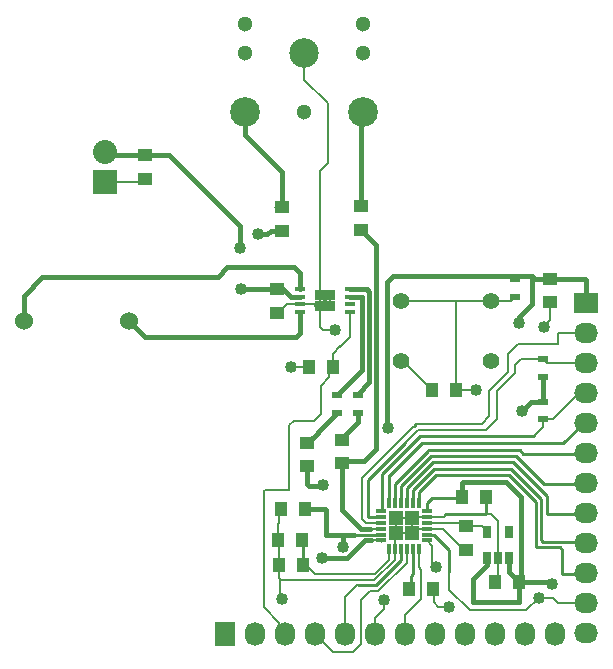
<source format=gbr>
G04 #@! TF.FileFunction,Copper,L1,Top,Signal*
%FSLAX46Y46*%
G04 Gerber Fmt 4.6, Leading zero omitted, Abs format (unit mm)*
G04 Created by KiCad (PCBNEW 4.0.2-stable) date 27/05/2016 15:33:53*
%MOMM*%
G01*
G04 APERTURE LIST*
%ADD10C,0.100000*%
%ADD11C,1.524000*%
%ADD12R,2.032000X2.032000*%
%ADD13O,2.032000X2.032000*%
%ADD14R,1.000000X1.250000*%
%ADD15R,0.650000X1.060000*%
%ADD16R,0.300000X0.850000*%
%ADD17R,0.850000X0.300000*%
%ADD18R,1.300000X1.300000*%
%ADD19C,1.397000*%
%ADD20R,2.032000X1.727200*%
%ADD21O,2.032000X1.727200*%
%ADD22R,1.250000X1.000000*%
%ADD23R,0.900000X0.500000*%
%ADD24R,1.727200X2.032000*%
%ADD25O,1.727200X2.032000*%
%ADD26R,0.890000X0.420000*%
%ADD27R,0.840000X0.940000*%
%ADD28C,2.500000*%
%ADD29C,2.524000*%
%ADD30C,1.300000*%
%ADD31C,1.016000*%
%ADD32C,0.400000*%
%ADD33C,0.250000*%
%ADD34C,0.203200*%
G04 APERTURE END LIST*
D10*
D11*
X148894800Y-75412600D03*
X157784800Y-75412600D03*
D12*
X155829000Y-63677800D03*
D13*
X155829000Y-61137800D03*
D14*
X170450000Y-93929200D03*
X172450000Y-93929200D03*
D15*
X188114900Y-95448300D03*
X189064900Y-95448300D03*
X190014900Y-95448300D03*
X190014900Y-93248300D03*
X188114900Y-93248300D03*
D16*
X182339300Y-90798100D03*
X181839300Y-90798100D03*
X181339300Y-90798100D03*
X180839300Y-90798100D03*
X180339300Y-90798100D03*
X179839300Y-90798100D03*
D17*
X179139300Y-91498100D03*
X179139300Y-91998100D03*
X179139300Y-92498100D03*
X179139300Y-92998100D03*
X179139300Y-93498100D03*
X179139300Y-93998100D03*
D16*
X179839300Y-94698100D03*
X180339300Y-94698100D03*
X180839300Y-94698100D03*
X181339300Y-94698100D03*
X181839300Y-94698100D03*
X182339300Y-94698100D03*
D17*
X183039300Y-93998100D03*
X183039300Y-93498100D03*
X183039300Y-92998100D03*
X183039300Y-92498100D03*
X183039300Y-91998100D03*
X183039300Y-91498100D03*
D18*
X180439300Y-93398100D03*
X181739300Y-93398100D03*
X180439300Y-92098100D03*
X181739300Y-92098100D03*
D19*
X188493400Y-73710800D03*
X188493400Y-78790800D03*
X180873400Y-73710800D03*
X180873400Y-78790800D03*
D20*
X196532500Y-73901300D03*
D21*
X196532500Y-76441300D03*
X196532500Y-78981300D03*
X196532500Y-81521300D03*
X196532500Y-84061300D03*
X196532500Y-86601300D03*
X196532500Y-89141300D03*
X196532500Y-91681300D03*
X196532500Y-94221300D03*
X196532500Y-96761300D03*
X196532500Y-99301300D03*
X196532500Y-101841300D03*
D14*
X186007500Y-90347800D03*
X188007500Y-90347800D03*
X170513500Y-96088200D03*
X172513500Y-96088200D03*
X185480200Y-81229200D03*
X183480200Y-81229200D03*
X181549800Y-98082100D03*
X183549800Y-98082100D03*
X190826900Y-97510600D03*
X188826900Y-97510600D03*
D22*
X186321700Y-92802200D03*
X186321700Y-94802200D03*
X193497200Y-71821800D03*
X193497200Y-73821800D03*
X170764200Y-65776600D03*
X170764200Y-67776600D03*
X177444400Y-65687700D03*
X177444400Y-67687700D03*
D23*
X190500000Y-71894000D03*
X190500000Y-73394000D03*
D24*
X165976300Y-101917500D03*
D25*
X168516300Y-101917500D03*
X171056300Y-101917500D03*
X173596300Y-101917500D03*
X176136300Y-101917500D03*
X178676300Y-101917500D03*
X181216300Y-101917500D03*
X183756300Y-101917500D03*
X186296300Y-101917500D03*
X188836300Y-101917500D03*
X191376300Y-101917500D03*
X193916300Y-101917500D03*
D23*
X175425100Y-81711100D03*
X175425100Y-83211100D03*
X177228500Y-81673000D03*
X177228500Y-83173000D03*
D22*
X170383200Y-72723500D03*
X170383200Y-74723500D03*
D26*
X176526800Y-74660400D03*
X176526800Y-74010400D03*
X176526800Y-73360400D03*
X176526800Y-72710400D03*
X172316800Y-72710400D03*
X172316800Y-73360400D03*
X172316800Y-74010400D03*
X172316800Y-74660400D03*
D27*
X174001800Y-73215400D03*
X174001800Y-74155400D03*
X174841800Y-73215400D03*
X174841800Y-74155400D03*
D22*
X172897800Y-87728300D03*
X172897800Y-85728300D03*
X175895000Y-87474300D03*
X175895000Y-85474300D03*
D14*
X172678600Y-91338400D03*
X170678600Y-91338400D03*
X175066200Y-79324200D03*
X173066200Y-79324200D03*
D22*
X159200000Y-61400000D03*
X159200000Y-63400000D03*
D23*
X192849500Y-82231800D03*
X192849500Y-83731800D03*
X192849500Y-80137700D03*
X192849500Y-78637700D03*
D28*
X172624000Y-52728000D03*
D29*
X167624000Y-57728000D03*
X177624000Y-57728000D03*
D30*
X167624000Y-50228000D03*
X177624000Y-50228000D03*
X167624000Y-52728000D03*
X177624000Y-52728000D03*
X172624000Y-57728000D03*
D31*
X193636900Y-97663000D03*
X190881000Y-75577700D03*
X191096900Y-83007200D03*
X179755800Y-84493100D03*
X175945800Y-94526100D03*
X171551600Y-79349600D03*
X175260000Y-76200000D03*
X192938400Y-75895200D03*
X174001800Y-74155400D03*
X181739300Y-93398100D03*
X184873900Y-99606100D03*
X170764200Y-98958400D03*
X192544700Y-98844100D03*
X187172600Y-81254600D03*
X168783000Y-68046600D03*
X174205900Y-89293700D03*
X174180500Y-95478600D03*
X183807100Y-96240600D03*
X179451000Y-99021900D03*
X167335200Y-72732900D03*
X167220900Y-69265800D03*
D32*
X175945800Y-94526100D02*
X175945800Y-93498100D01*
X175590200Y-93498100D02*
X174473300Y-93498100D01*
X174396400Y-91338400D02*
X172678600Y-91338400D01*
X174485300Y-91427300D02*
X174396400Y-91338400D01*
X174485300Y-93486100D02*
X174485300Y-91427300D01*
X174473300Y-93498100D02*
X174485300Y-93486100D01*
X193497200Y-71821800D02*
X192192400Y-71821800D01*
X192192400Y-71821800D02*
X191973200Y-71602600D01*
X196532500Y-73901300D02*
X196532500Y-71920100D01*
X196434200Y-71821800D02*
X193497200Y-71821800D01*
X196532500Y-71920100D02*
X196434200Y-71821800D01*
X196532500Y-73901300D02*
X196367400Y-73901300D01*
X191439800Y-71602600D02*
X190791400Y-71602600D01*
X190791400Y-71602600D02*
X190500000Y-71894000D01*
X193484500Y-97510600D02*
X190826900Y-97510600D01*
X193636900Y-97663000D02*
X193484500Y-97510600D01*
X192849500Y-82231800D02*
X192849500Y-80137700D01*
X191973200Y-71602600D02*
X191973200Y-73964800D01*
X191973200Y-73964800D02*
X190881000Y-75057000D01*
X190881000Y-75057000D02*
X190881000Y-75577700D01*
X191872300Y-82231800D02*
X192849500Y-82231800D01*
X191096900Y-83007200D02*
X191872300Y-82231800D01*
X191439800Y-71602600D02*
X190221300Y-71602600D01*
X190221300Y-71602600D02*
X190195200Y-71576500D01*
X189033150Y-71602600D02*
X180200300Y-71602600D01*
X179679600Y-72669400D02*
X179679600Y-72123300D01*
X179679600Y-84416900D02*
X179755800Y-84493100D01*
X179679600Y-72669400D02*
X179679600Y-84416900D01*
X180200300Y-71602600D02*
X179679600Y-72123300D01*
X191973200Y-71602600D02*
X191922400Y-71602600D01*
X191719200Y-71602600D02*
X191439800Y-71602600D01*
X191922400Y-71602600D02*
X191719200Y-71602600D01*
X191439800Y-71602600D02*
X189033150Y-71602600D01*
X187706000Y-99209100D02*
X186940700Y-99209100D01*
X190826900Y-99209100D02*
X187706000Y-99209100D01*
X190826900Y-97510600D02*
X190826900Y-99209100D01*
X186940700Y-99209100D02*
X186918600Y-99187000D01*
X186918600Y-99187000D02*
X186918600Y-97294700D01*
X186918600Y-97294700D02*
X188099700Y-96113600D01*
X188099700Y-96113600D02*
X188099700Y-95463500D01*
X188099700Y-95463500D02*
X188114900Y-95448300D01*
D33*
X183489600Y-90360500D02*
X184886600Y-90360500D01*
X184886600Y-90360500D02*
X185994800Y-90360500D01*
X185994800Y-90360500D02*
X186007500Y-90347800D01*
X183039300Y-90810800D02*
X183489600Y-90360500D01*
X183039300Y-91498100D02*
X183039300Y-90810800D01*
D32*
X186007500Y-90347800D02*
X186007500Y-89125300D01*
X186007500Y-89125300D02*
X186074050Y-89058750D01*
X189769750Y-89058750D02*
X186074050Y-89058750D01*
X191017400Y-97624900D02*
X191017400Y-95529400D01*
X191017400Y-95529400D02*
X191017400Y-91271600D01*
X191017400Y-91271600D02*
X191017400Y-90293700D01*
X191004700Y-90293700D02*
X189769750Y-89058750D01*
X191017400Y-90293700D02*
X191004700Y-90293700D01*
X190014900Y-95448300D02*
X190014900Y-96698600D01*
X190014900Y-96698600D02*
X190826900Y-97510600D01*
D34*
X196570600Y-73863200D02*
X196532500Y-73901300D01*
X196481700Y-73952100D02*
X196532500Y-73901300D01*
D33*
X188099700Y-95463500D02*
X188099700Y-96113600D01*
X188099700Y-95463500D02*
X188114900Y-95448300D01*
X188114900Y-95448300D02*
X188114900Y-95768200D01*
X186007500Y-90347800D02*
X186007500Y-90186000D01*
X188114900Y-95448300D02*
X188114900Y-95920600D01*
X190014900Y-96698600D02*
X190826900Y-97510600D01*
X195948300Y-73952100D02*
X196583300Y-73952100D01*
D32*
X175590200Y-93498100D02*
X175945800Y-93498100D01*
X175945800Y-93498100D02*
X176911000Y-93498100D01*
D33*
X176911000Y-93498100D02*
X177038000Y-93498100D01*
X177038000Y-93498100D02*
X179139300Y-93498100D01*
X179139300Y-93498100D02*
X179127300Y-93510100D01*
X196646800Y-74015600D02*
X196583300Y-73952100D01*
D34*
X171551600Y-79349600D02*
X172212000Y-79349600D01*
X172212000Y-79349600D02*
X172237400Y-79324200D01*
X172237400Y-79324200D02*
X173066200Y-79324200D01*
X189064900Y-95448300D02*
X189064900Y-92341700D01*
X189064900Y-92341700D02*
X188442600Y-91719400D01*
X172624000Y-52728000D02*
X172624000Y-54971200D01*
X172624000Y-54971200D02*
X174650400Y-56997600D01*
X174650400Y-56997600D02*
X174650400Y-62026800D01*
X174650400Y-62026800D02*
X174001800Y-62675400D01*
X174001800Y-62675400D02*
X174001800Y-73215400D01*
X172316800Y-74010400D02*
X173856800Y-74010400D01*
X173856800Y-74010400D02*
X174001800Y-74155400D01*
X171201200Y-74010400D02*
X172316800Y-74010400D01*
X170383200Y-74723500D02*
X170488100Y-74723500D01*
X170488100Y-74723500D02*
X171201200Y-74010400D01*
X175260000Y-76200000D02*
X174244000Y-76200000D01*
X174244000Y-76200000D02*
X174002700Y-75958700D01*
X155829000Y-63677800D02*
X158922200Y-63677800D01*
X158922200Y-63677800D02*
X159200000Y-63400000D01*
X156143200Y-63992000D02*
X155829000Y-63677800D01*
X156143200Y-63992000D02*
X155829000Y-63677800D01*
X181739300Y-93398100D02*
X181739300Y-92098100D01*
X180439300Y-93398100D02*
X181739300Y-93398100D01*
X181739300Y-92098100D02*
X180439300Y-92098100D01*
X180439300Y-93398100D02*
X180439300Y-92098100D01*
X170522900Y-91494100D02*
X170522900Y-92557600D01*
X170450000Y-92630500D02*
X170522900Y-92557600D01*
X170450000Y-92630500D02*
X170450000Y-93929200D01*
X170522900Y-91494100D02*
X170678600Y-91338400D01*
X183039300Y-91998100D02*
X184455500Y-91998100D01*
X184455500Y-91998100D02*
X184696100Y-91757500D01*
X193497200Y-73821800D02*
X193497200Y-75336400D01*
X193497200Y-75336400D02*
X192938400Y-75895200D01*
X174841800Y-74155400D02*
X174841800Y-74055400D01*
X174841800Y-74055400D02*
X174001800Y-73215400D01*
X174841800Y-73215400D02*
X174841800Y-74155400D01*
X174001800Y-74155400D02*
X174001800Y-74055400D01*
X174001800Y-74055400D02*
X174841800Y-73215400D01*
X174002700Y-75184000D02*
X174002700Y-74156300D01*
X174002700Y-74156300D02*
X174001800Y-74155400D01*
X174002700Y-75958700D02*
X174002700Y-75184000D01*
X174002700Y-74156300D02*
X174001800Y-74155400D01*
X173856800Y-74010400D02*
X174001800Y-74155400D01*
X173912800Y-74066400D02*
X174001800Y-74155400D01*
X180339300Y-94698100D02*
X180339300Y-93498100D01*
X180339300Y-93498100D02*
X180439300Y-93398100D01*
X183039300Y-91998100D02*
X181839300Y-91998100D01*
X181839300Y-91998100D02*
X181739300Y-92098100D01*
X183039300Y-92998100D02*
X182139300Y-92998100D01*
X182139300Y-92998100D02*
X181739300Y-93398100D01*
X180873400Y-78790800D02*
X181041800Y-78790800D01*
X181041800Y-78790800D02*
X183480200Y-81229200D01*
X188826900Y-97510600D02*
X188826900Y-97266000D01*
X188826900Y-97266000D02*
X189064900Y-97028000D01*
X189064900Y-97028000D02*
X189064900Y-95448300D01*
X186321700Y-94802200D02*
X186321700Y-94754700D01*
X186321700Y-94754700D02*
X186740800Y-94335600D01*
X183039300Y-92998100D02*
X184400000Y-92998100D01*
X184400000Y-92998100D02*
X186204100Y-94802200D01*
X186204100Y-94802200D02*
X186321700Y-94802200D01*
X183664100Y-98005900D02*
X183664100Y-99247200D01*
X183664100Y-99247200D02*
X184023000Y-99606100D01*
X184023000Y-99606100D02*
X184873900Y-99606100D01*
X170383200Y-74396600D02*
X170383200Y-74723500D01*
X188007500Y-91719400D02*
X188442600Y-91719400D01*
X170580050Y-97262950D02*
X170580050Y-98774250D01*
X170580050Y-98774250D02*
X170764200Y-98958400D01*
X170513500Y-96088200D02*
X170513500Y-93992700D01*
X170513500Y-93992700D02*
X170450000Y-93929200D01*
X178598805Y-97369605D02*
X170686705Y-97369605D01*
X180339300Y-95629110D02*
X178598805Y-97369605D01*
X180339300Y-94698100D02*
X180339300Y-95629110D01*
X170686705Y-97369605D02*
X170580050Y-97262950D01*
X170580050Y-97262950D02*
X170513500Y-97196400D01*
X170450000Y-93929200D02*
X170513500Y-93992700D01*
X170513500Y-93992700D02*
X170513500Y-97196400D01*
D33*
X188007500Y-91728800D02*
X188007500Y-91719400D01*
X188007500Y-91719400D02*
X188007500Y-90347800D01*
X188036200Y-91757500D02*
X188007500Y-91728800D01*
X184696100Y-91757500D02*
X188036200Y-91757500D01*
X183039300Y-92998100D02*
X183043300Y-93002100D01*
X180339300Y-94698100D02*
X180326601Y-94710799D01*
D34*
X172513500Y-96088200D02*
X172834300Y-96088200D01*
X172834300Y-96088200D02*
X173558200Y-96812100D01*
X179839300Y-95623700D02*
X179839300Y-94698100D01*
X178650900Y-96812100D02*
X179839300Y-95623700D01*
X173558200Y-96812100D02*
X178650900Y-96812100D01*
D33*
X172513500Y-96088200D02*
X172513500Y-93992700D01*
X172513500Y-93992700D02*
X172450000Y-93929200D01*
X172450000Y-93929200D02*
X172694600Y-93929200D01*
X172513500Y-93992700D02*
X172450000Y-93929200D01*
X172513500Y-96088200D02*
X172894500Y-96469200D01*
X172450000Y-93929200D02*
X172513500Y-93992700D01*
D34*
X196532500Y-99301300D02*
X194144900Y-99301300D01*
X194144900Y-99301300D02*
X193687700Y-98844100D01*
X193687700Y-98844100D02*
X192544700Y-98844100D01*
X186664600Y-99923600D02*
X191465200Y-99923600D01*
X191465200Y-99923600D02*
X192544700Y-98844100D01*
X188493400Y-73710800D02*
X190183200Y-73710800D01*
X190183200Y-73710800D02*
X190500000Y-73394000D01*
X185480200Y-81229200D02*
X187147200Y-81229200D01*
X187147200Y-81229200D02*
X187172600Y-81254600D01*
X185470800Y-73710800D02*
X185470800Y-81219800D01*
X185470800Y-81219800D02*
X185480200Y-81229200D01*
X180873400Y-73710800D02*
X185470800Y-73710800D01*
X185470800Y-73710800D02*
X188493400Y-73710800D01*
X183693500Y-93498100D02*
X183039300Y-93498100D01*
D33*
X183039300Y-93498100D02*
X183642700Y-93498100D01*
X183039300Y-93498100D02*
X183051300Y-93510100D01*
D34*
X184943750Y-94748350D02*
X183693500Y-93498100D01*
D33*
X183642700Y-93498100D02*
X184943750Y-94799150D01*
D34*
X184943750Y-95681800D02*
X184943750Y-98202750D01*
X184943750Y-96697800D02*
X184943750Y-98202750D01*
X184943750Y-96697800D02*
X184943750Y-95681800D01*
X184943750Y-95681800D02*
X184943750Y-94748350D01*
D33*
X184943750Y-94799150D02*
X184943750Y-96697800D01*
X184943750Y-94799150D02*
X184950100Y-94805500D01*
D34*
X186664600Y-99923600D02*
X184943750Y-98202750D01*
D33*
X196583300Y-99352100D02*
X196456300Y-99225100D01*
X181698900Y-97971100D02*
X181698900Y-96964500D01*
X181839300Y-96824100D02*
X181698900Y-96964500D01*
X181839300Y-96824100D02*
X181839300Y-94698100D01*
X181698900Y-97971100D02*
X181664100Y-98005900D01*
X181839300Y-94698100D02*
X181851300Y-94710100D01*
D34*
X186321700Y-92802200D02*
X187668800Y-92802200D01*
X187668800Y-92802200D02*
X188114900Y-93248300D01*
X183039300Y-92498100D02*
X186017600Y-92498100D01*
X186017600Y-92498100D02*
X186321700Y-92802200D01*
D33*
X183039300Y-92498100D02*
X183043300Y-92494100D01*
D32*
X168783000Y-68046600D02*
X169545000Y-68046600D01*
X169545000Y-68046600D02*
X169815000Y-67776600D01*
X169815000Y-67776600D02*
X170764200Y-67776600D01*
X174180500Y-95478600D02*
X176301400Y-95478600D01*
X176301400Y-95478600D02*
X177781900Y-93998100D01*
X177781900Y-93998100D02*
X178326100Y-93998100D01*
D34*
X179139300Y-93998100D02*
X178326100Y-93998100D01*
D32*
X172897800Y-87728300D02*
X172897800Y-89255600D01*
X172897800Y-89255600D02*
X173050200Y-89408000D01*
D33*
X174091600Y-89408000D02*
X174205900Y-89293700D01*
D32*
X173050200Y-89408000D02*
X174091600Y-89408000D01*
D33*
X179139300Y-94075800D02*
X179139300Y-93998100D01*
X172961300Y-87639400D02*
X172999400Y-87601300D01*
D32*
X175895000Y-87474300D02*
X175895000Y-91414600D01*
X175895000Y-91414600D02*
X177478500Y-92998100D01*
X177478500Y-92998100D02*
X178223100Y-92998100D01*
D34*
X179139300Y-92998100D02*
X178223100Y-92998100D01*
D32*
X175768000Y-87300500D02*
X177685000Y-87300500D01*
X178765200Y-69008500D02*
X177444400Y-67687700D01*
X178765200Y-86220300D02*
X178765200Y-69008500D01*
X177685000Y-87300500D02*
X178765200Y-86220300D01*
D34*
X175818800Y-87351300D02*
X175768000Y-87300500D01*
D33*
X177653950Y-67833750D02*
X177488850Y-67668650D01*
D32*
X170764200Y-65776600D02*
X170764200Y-62814200D01*
X167624000Y-59674000D02*
X167624000Y-57728000D01*
X170764200Y-62814200D02*
X167624000Y-59674000D01*
D34*
X170764200Y-65776600D02*
X170221400Y-65776600D01*
D32*
X177444400Y-62687200D02*
X177444400Y-57907600D01*
X177444400Y-57907600D02*
X177624000Y-57728000D01*
X177444400Y-64516000D02*
X177444400Y-62687200D01*
X177444400Y-65687700D02*
X177444400Y-64516000D01*
D34*
X178676300Y-101917500D02*
X178676300Y-100571300D01*
X178676300Y-100571300D02*
X179451000Y-99796600D01*
X179451000Y-99796600D02*
X179451000Y-99021900D01*
X183502300Y-94461100D02*
X183039300Y-93998100D01*
X183502300Y-95935800D02*
X183502300Y-94461100D01*
X183807100Y-96240600D02*
X183502300Y-95935800D01*
D33*
X183039300Y-93998100D02*
X183164800Y-93998100D01*
X178244500Y-101815900D02*
X178168300Y-101892100D01*
X194500500Y-96812100D02*
X194500500Y-94767400D01*
X194322700Y-94589600D02*
X194398900Y-94665800D01*
X194322700Y-94589600D02*
X192239900Y-94589600D01*
X194500500Y-94767400D02*
X194398900Y-94665800D01*
X182397400Y-90740000D02*
X182397400Y-89916000D01*
X183819800Y-88493600D02*
X182397400Y-89916000D01*
X194500500Y-96812100D02*
X196583300Y-96812100D01*
X192239900Y-90728800D02*
X190004700Y-88493600D01*
X192239900Y-94589600D02*
X192239900Y-90728800D01*
X190004700Y-88493600D02*
X183819800Y-88493600D01*
X182397400Y-90740000D02*
X182339300Y-90798100D01*
X182339300Y-90798100D02*
X182359300Y-90778100D01*
X196456300Y-96685100D02*
X196583300Y-96812100D01*
X196418200Y-94107000D02*
X192849500Y-94107000D01*
X192735200Y-93992700D02*
X192849500Y-94107000D01*
X183629300Y-87934800D02*
X190195200Y-87934800D01*
X181839300Y-89724800D02*
X183629300Y-87934800D01*
X181839300Y-89724800D02*
X181839300Y-90798100D01*
X190195200Y-87934800D02*
X192735200Y-90474800D01*
X192735200Y-90474800D02*
X192735200Y-93992700D01*
X196418200Y-94107000D02*
X196583300Y-94272100D01*
X196519800Y-94335600D02*
X196583300Y-94272100D01*
X181339300Y-90798100D02*
X181339300Y-89551700D01*
X183527700Y-87363300D02*
X181343300Y-89547700D01*
X193243200Y-90246200D02*
X193243200Y-91732100D01*
X193243200Y-90246200D02*
X190360300Y-87363300D01*
X190360300Y-87363300D02*
X183527700Y-87363300D01*
X181339300Y-89551700D02*
X181343300Y-89547700D01*
X196583300Y-91732100D02*
X193243200Y-91732100D01*
X193243200Y-91732100D02*
X193230500Y-91719400D01*
X181339300Y-90798100D02*
X181343300Y-90794100D01*
X180835300Y-90794100D02*
X180835300Y-89369900D01*
X183349900Y-86855300D02*
X180835300Y-89369900D01*
X192963800Y-89192100D02*
X196583300Y-89192100D01*
X192963800Y-89192100D02*
X190627000Y-86855300D01*
X190627000Y-86855300D02*
X183349900Y-86855300D01*
X180835300Y-90794100D02*
X180839300Y-90798100D01*
X196583300Y-89192100D02*
X196011800Y-89763600D01*
X190906400Y-86372700D02*
X183159400Y-86372700D01*
X180339300Y-89192800D02*
X183108600Y-86423500D01*
X180339300Y-90798100D02*
X180339300Y-89192800D01*
X191185800Y-86652100D02*
X190906400Y-86372700D01*
X191185800Y-86652100D02*
X196583300Y-86652100D01*
X183159400Y-86372700D02*
X183108600Y-86423500D01*
X180339300Y-90798100D02*
X180327300Y-90786100D01*
D34*
X192849500Y-83731800D02*
X192849500Y-84416900D01*
X192849500Y-84416900D02*
X192100200Y-85166200D01*
D33*
X182435500Y-85166200D02*
X192100200Y-85166200D01*
X179247800Y-91389600D02*
X179247800Y-88366600D01*
D34*
X192849500Y-83731800D02*
X193712400Y-83731800D01*
X193712400Y-83731800D02*
X195922900Y-81521300D01*
X195922900Y-81521300D02*
X196532500Y-81521300D01*
D33*
X196392800Y-81762600D02*
X196583300Y-81572100D01*
X181406800Y-86207600D02*
X181406800Y-86194900D01*
X181406800Y-86194900D02*
X182435500Y-85166200D01*
X181406800Y-86207600D02*
X179247800Y-88366600D01*
X179139300Y-91498100D02*
X179247800Y-91389600D01*
X196583300Y-81572100D02*
X196519800Y-81508600D01*
D34*
X190512700Y-79108300D02*
X190512700Y-79794100D01*
X190512700Y-79794100D02*
X188950600Y-81356200D01*
X188950600Y-81356200D02*
X188950600Y-83693000D01*
X188950600Y-83693000D02*
X188010800Y-84632800D01*
X192849500Y-78637700D02*
X190983300Y-78637700D01*
X182283100Y-84632800D02*
X181152800Y-85763100D01*
X188010800Y-84632800D02*
X182283100Y-84632800D01*
X190983300Y-78637700D02*
X190512700Y-79108300D01*
X196532500Y-78981300D02*
X193193100Y-78981300D01*
X193193100Y-78981300D02*
X192849500Y-78637700D01*
X196152200Y-79361600D02*
X196532500Y-78981300D01*
D33*
X181152800Y-85763100D02*
X181158302Y-85757598D01*
X179139300Y-91998100D02*
X179127300Y-91986100D01*
X179127300Y-91986100D02*
X178041300Y-91986100D01*
X178041300Y-91986100D02*
X178041300Y-88874600D01*
X178041300Y-88874600D02*
X181152800Y-85763100D01*
D34*
X189877700Y-78193900D02*
X189877700Y-79768700D01*
X189877700Y-79768700D02*
X188341000Y-81305400D01*
X177533300Y-88684100D02*
X177533300Y-92138500D01*
X177533300Y-92138500D02*
X177888900Y-92494100D01*
X188341000Y-81305400D02*
X188341000Y-83489800D01*
X188341000Y-83489800D02*
X187680600Y-84150200D01*
X190728600Y-77343000D02*
X194132200Y-77343000D01*
X189877700Y-78193900D02*
X190728600Y-77343000D01*
X194132200Y-77343000D02*
X194132200Y-76441300D01*
X196532500Y-76441300D02*
X194132200Y-76441300D01*
X177888900Y-92494100D02*
X179135300Y-92494100D01*
X177533300Y-88684100D02*
X180898800Y-85318600D01*
D33*
X182129302Y-84150200D02*
X181977601Y-84301901D01*
D34*
X180898800Y-85318600D02*
X180960902Y-85318600D01*
X180960902Y-85318600D02*
X181977601Y-84301901D01*
X187680600Y-84150200D02*
X182129302Y-84150200D01*
D33*
X179139300Y-92498100D02*
X179135300Y-92494100D01*
X182600600Y-85775800D02*
X181660800Y-86715600D01*
X179882800Y-88493600D02*
X181660800Y-86715600D01*
X179819300Y-88493600D02*
X179882800Y-88493600D01*
X179819300Y-88493600D02*
X179819300Y-90778100D01*
X196583300Y-84112100D02*
X196253100Y-84112100D01*
X196253100Y-84112100D02*
X194589400Y-85775800D01*
X194589400Y-85775800D02*
X182600600Y-85775800D01*
X182600600Y-85775800D02*
X182575200Y-85775800D01*
X179839300Y-90798100D02*
X179819300Y-90778100D01*
X196456300Y-84239100D02*
X196583300Y-84112100D01*
D34*
X177444400Y-102768400D02*
X177444400Y-99060000D01*
X177444400Y-99060000D02*
X178206400Y-98298000D01*
X177444400Y-102768400D02*
X176784000Y-103428800D01*
X176784000Y-103428800D02*
X175107600Y-103428800D01*
X175107600Y-103428800D02*
X173596300Y-101917500D01*
X181339300Y-95901700D02*
X181339300Y-94698100D01*
X178943000Y-98298000D02*
X181339300Y-95901700D01*
X178206400Y-98298000D02*
X178943000Y-98298000D01*
D32*
X172316800Y-74660400D02*
X172316800Y-76438100D01*
X159181800Y-76809600D02*
X157784800Y-75412600D01*
X171945300Y-76809600D02*
X159181800Y-76809600D01*
X172316800Y-76438100D02*
X171945300Y-76809600D01*
X148894800Y-75412600D02*
X148894800Y-73266300D01*
X172316800Y-71351800D02*
X172316800Y-72710400D01*
X171831000Y-70866000D02*
X172316800Y-71351800D01*
X166154100Y-70866000D02*
X171831000Y-70866000D01*
X165354000Y-71666100D02*
X166154100Y-70866000D01*
X150495000Y-71666100D02*
X165354000Y-71666100D01*
X148894800Y-73266300D02*
X150495000Y-71666100D01*
D34*
X176136300Y-101917500D02*
X176136300Y-98804707D01*
X176136300Y-98804707D02*
X177215800Y-97725207D01*
X177215800Y-97725207D02*
X177215800Y-97764600D01*
D33*
X175641000Y-101879400D02*
X175628300Y-101892100D01*
X178739800Y-97764600D02*
X177215800Y-97764600D01*
X180839300Y-94698100D02*
X180839300Y-95665100D01*
X178739800Y-97764600D02*
X180839300Y-95665100D01*
X175628300Y-101892100D02*
X175628300Y-101511100D01*
D34*
X181216300Y-101917500D02*
X181216300Y-100317300D01*
X181216300Y-100317300D02*
X182575200Y-98958400D01*
X182339300Y-94698100D02*
X182339300Y-96246000D01*
X182575200Y-96481900D02*
X182575200Y-98958400D01*
X182339300Y-96246000D02*
X182575200Y-96481900D01*
D33*
X180898800Y-101701600D02*
X180708300Y-101892100D01*
D34*
X171373800Y-89725500D02*
X169354500Y-89725500D01*
X169240200Y-89839800D02*
X169240200Y-90347800D01*
X169354500Y-89725500D02*
X169240200Y-89839800D01*
X175066200Y-79324200D02*
X175066200Y-78171800D01*
X175666400Y-77571600D02*
X175666400Y-77584300D01*
X175066200Y-78171800D02*
X175666400Y-77571600D01*
X171754800Y-83870800D02*
X173456600Y-83870800D01*
X174790800Y-80187100D02*
X174790800Y-79400400D01*
X174040800Y-80937100D02*
X174790800Y-80187100D01*
X174040800Y-83286600D02*
X174040800Y-80937100D01*
X173456600Y-83870800D02*
X174040800Y-83286600D01*
X175666400Y-77584300D02*
X176491900Y-76758800D01*
X176491900Y-76758800D02*
X176491900Y-74695300D01*
X176491900Y-74695300D02*
X176526800Y-74660400D01*
X171793600Y-83832000D02*
X171754800Y-83870800D01*
X171754800Y-83870800D02*
X171373800Y-84251800D01*
X171373800Y-89725500D02*
X171373800Y-84251800D01*
X169240200Y-99644200D02*
X170548300Y-100952300D01*
X169240200Y-90347800D02*
X169240200Y-99644200D01*
X170548300Y-100952300D02*
X170548300Y-101892100D01*
D32*
X159200000Y-61400000D02*
X156091200Y-61400000D01*
X156091200Y-61400000D02*
X155829000Y-61137800D01*
X159200000Y-61400000D02*
X161200000Y-61400000D01*
X164400000Y-64600000D02*
X164400000Y-64590700D01*
X161200000Y-61400000D02*
X164400000Y-64600000D01*
X158937800Y-61137800D02*
X159200000Y-61400000D01*
X167220900Y-67411600D02*
X167220900Y-69265800D01*
X167335200Y-72732900D02*
X167344600Y-72723500D01*
X167344600Y-72723500D02*
X170383200Y-72723500D01*
X164400000Y-64590700D02*
X167220900Y-67411600D01*
X170383200Y-72723500D02*
X170869100Y-72723500D01*
X170869100Y-72723500D02*
X171506000Y-73360400D01*
X171506000Y-73360400D02*
X172316800Y-73360400D01*
D34*
X173786800Y-84861400D02*
X173786800Y-84849400D01*
D32*
X172919900Y-85728300D02*
X173786800Y-84861400D01*
X173786800Y-84849400D02*
X175425100Y-83211100D01*
D34*
X172897800Y-85728300D02*
X172919900Y-85728300D01*
X172923200Y-85525100D02*
X172999400Y-85601300D01*
D33*
X173024800Y-85575900D02*
X172999400Y-85601300D01*
D32*
X177228500Y-83173000D02*
X177228500Y-83972400D01*
X177228500Y-83972400D02*
X175895000Y-85305900D01*
D34*
X175895000Y-85305900D02*
X175895000Y-85474300D01*
D33*
X175657000Y-85563200D02*
X176009300Y-85563200D01*
D32*
X176526800Y-73360400D02*
X177570298Y-73360400D01*
X177571400Y-79564800D02*
X175425100Y-81711100D01*
X177571400Y-73361502D02*
X177571400Y-79564800D01*
X177570298Y-73360400D02*
X177571400Y-73361502D01*
X177228500Y-81673000D02*
X177228500Y-81559400D01*
X177228500Y-81559400D02*
X178181000Y-80606900D01*
X178181000Y-80606900D02*
X178181000Y-72961500D01*
X178181000Y-72961500D02*
X177929900Y-72710400D01*
X177929900Y-72710400D02*
X176526800Y-72710400D01*
M02*

</source>
